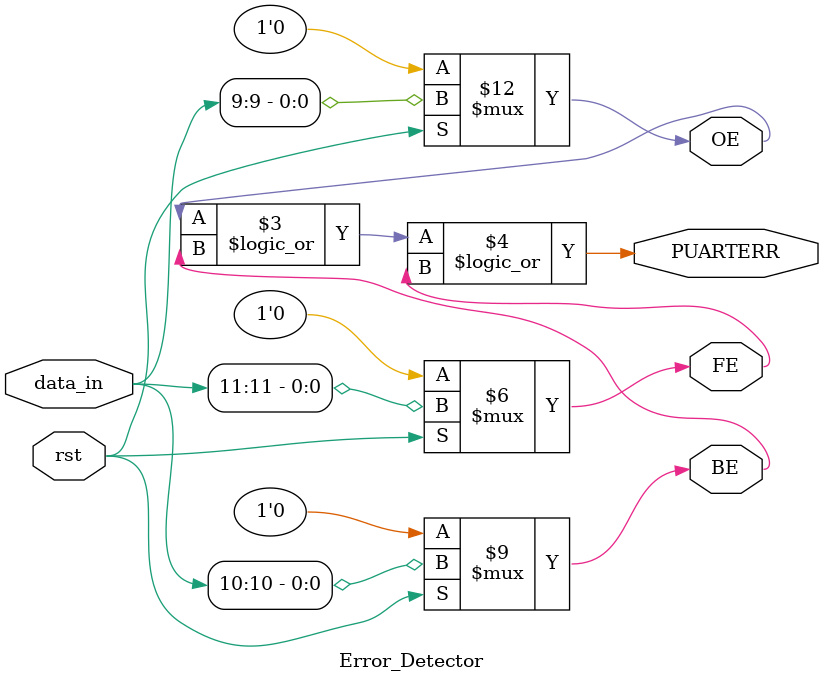
<source format=v>
module Error_Detector (
    input rst,
    input [11:0] data_in,
    output reg OE, BE, FE,
    output PUARTERR // modified for SoC
);
    always @(*) begin
        if (~rst) begin
            OE <= 1'b0;
            BE <= 1'b0;
            FE <= 1'b0;
        end
        else begin // we only care about the error bits not the data and parity bits
            OE = data_in[9]; // refer to Rx_FIFO to know why data_in[9]
            BE = data_in[10];// refer to Rx_FIFO to know why data_in[10]
            FE = data_in[11];// refer to Rx_FIFO to know why data_in[11]
        end
    end
    // slave erroe
    assign PUARTERR = OE || BE || FE;
endmodule
</source>
